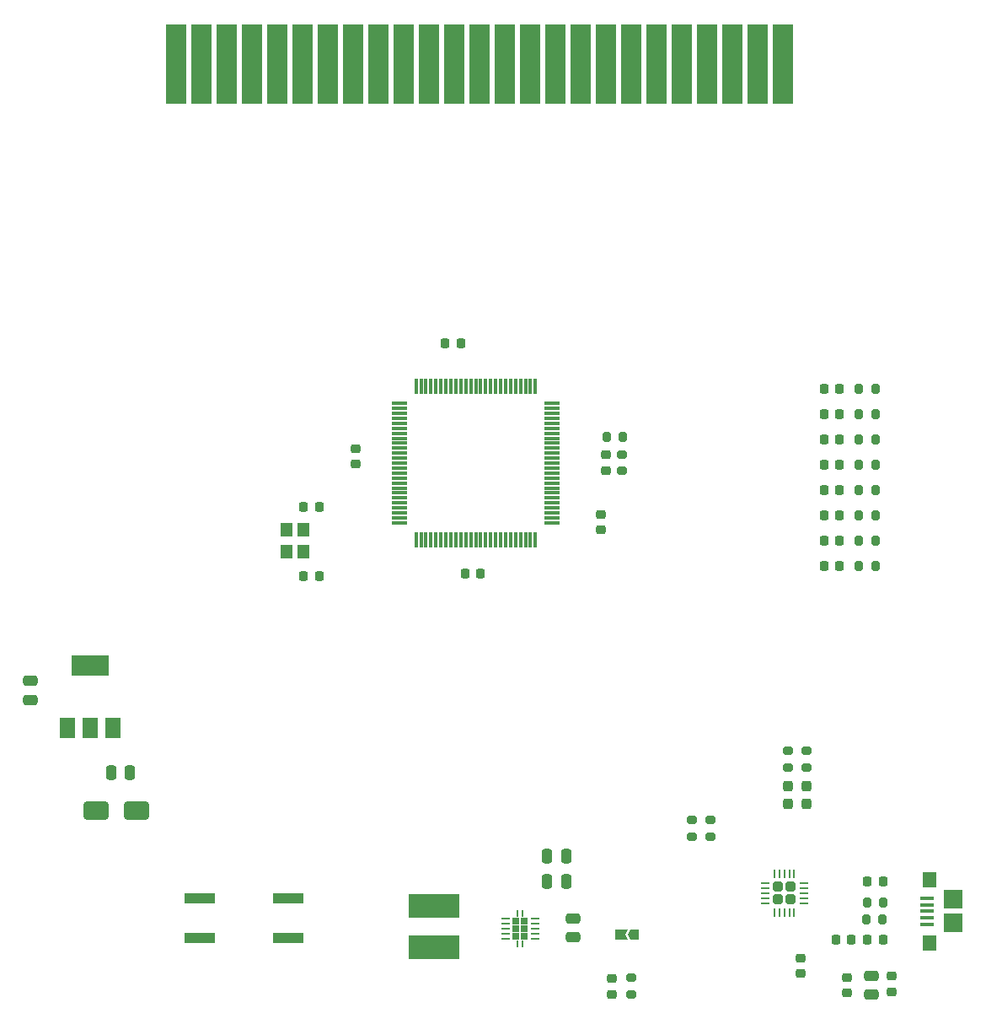
<source format=gbr>
%TF.GenerationSoftware,KiCad,Pcbnew,(7.0.0)*%
%TF.CreationDate,2023-08-05T12:50:32+01:00*%
%TF.ProjectId,DataIOTest,44617461-494f-4546-9573-742e6b696361,rev?*%
%TF.SameCoordinates,Original*%
%TF.FileFunction,Paste,Top*%
%TF.FilePolarity,Positive*%
%FSLAX46Y46*%
G04 Gerber Fmt 4.6, Leading zero omitted, Abs format (unit mm)*
G04 Created by KiCad (PCBNEW (7.0.0)) date 2023-08-05 12:50:32*
%MOMM*%
%LPD*%
G01*
G04 APERTURE LIST*
G04 Aperture macros list*
%AMRoundRect*
0 Rectangle with rounded corners*
0 $1 Rounding radius*
0 $2 $3 $4 $5 $6 $7 $8 $9 X,Y pos of 4 corners*
0 Add a 4 corners polygon primitive as box body*
4,1,4,$2,$3,$4,$5,$6,$7,$8,$9,$2,$3,0*
0 Add four circle primitives for the rounded corners*
1,1,$1+$1,$2,$3*
1,1,$1+$1,$4,$5*
1,1,$1+$1,$6,$7*
1,1,$1+$1,$8,$9*
0 Add four rect primitives between the rounded corners*
20,1,$1+$1,$2,$3,$4,$5,0*
20,1,$1+$1,$4,$5,$6,$7,0*
20,1,$1+$1,$6,$7,$8,$9,0*
20,1,$1+$1,$8,$9,$2,$3,0*%
%AMFreePoly0*
4,1,30,0.439536,0.475100,0.439556,0.475102,0.439580,0.475082,0.439610,0.475070,0.439617,0.475051,0.439632,0.475040,0.696172,0.000061,0.696173,0.000046,0.696182,0.000036,0.696178,0.000000,0.696182,-0.000036,0.696173,-0.000046,0.696172,-0.000061,0.439632,-0.475040,0.439617,-0.475051,0.439610,-0.475070,0.439580,-0.475082,0.439556,-0.475102,0.439536,-0.475100,0.439520,-0.475107,
-0.436780,-0.475107,-0.436870,-0.475070,-0.436899,-0.475000,-0.437500,-0.475000,-0.437500,0.475000,-0.436899,0.475000,-0.436870,0.475070,-0.436780,0.475107,0.439520,0.475107,0.439536,0.475100,0.439536,0.475100,$1*%
%AMFreePoly1*
4,1,32,0.436870,0.475070,0.436899,0.475000,0.437500,0.475000,0.437500,-0.475000,0.436899,-0.475000,0.436870,-0.475070,0.436780,-0.475107,-0.830680,-0.475107,-0.830708,-0.475095,-0.830740,-0.475092,-0.830751,-0.475077,-0.830770,-0.475070,-0.830782,-0.475040,-0.830802,-0.475016,-0.830800,-0.474996,-0.830807,-0.474980,-0.830795,-0.474951,-0.830792,-0.474920,-0.574284,0.000000,-0.830792,0.474920,
-0.830795,0.474951,-0.830807,0.474980,-0.830800,0.474996,-0.830802,0.475016,-0.830782,0.475040,-0.830770,0.475070,-0.830751,0.475077,-0.830740,0.475092,-0.830708,0.475095,-0.830680,0.475107,0.436780,0.475107,0.436870,0.475070,0.436870,0.475070,$1*%
G04 Aperture macros list end*
%ADD10FreePoly0,180.000000*%
%ADD11FreePoly1,180.000000*%
%ADD12RoundRect,0.218750X-0.256250X0.218750X-0.256250X-0.218750X0.256250X-0.218750X0.256250X0.218750X0*%
%ADD13RoundRect,0.200000X-0.275000X0.200000X-0.275000X-0.200000X0.275000X-0.200000X0.275000X0.200000X0*%
%ADD14RoundRect,0.011200X-0.128800X0.723800X-0.128800X-0.723800X0.128800X-0.723800X0.128800X0.723800X0*%
%ADD15RoundRect,0.011200X-0.723800X-0.128800X0.723800X-0.128800X0.723800X0.128800X-0.723800X0.128800X0*%
%ADD16R,1.400000X1.600000*%
%ADD17R,1.900000X1.900000*%
%ADD18R,1.350000X0.400000*%
%ADD19RoundRect,0.200000X0.200000X0.275000X-0.200000X0.275000X-0.200000X-0.275000X0.200000X-0.275000X0*%
%ADD20RoundRect,0.237500X0.237500X-0.287500X0.237500X0.287500X-0.237500X0.287500X-0.237500X-0.287500X0*%
%ADD21R,3.100000X1.000000*%
%ADD22RoundRect,0.225000X0.250000X-0.225000X0.250000X0.225000X-0.250000X0.225000X-0.250000X-0.225000X0*%
%ADD23RoundRect,0.250000X-0.250000X-0.475000X0.250000X-0.475000X0.250000X0.475000X-0.250000X0.475000X0*%
%ADD24R,5.100000X2.350000*%
%ADD25RoundRect,0.200000X-0.200000X-0.275000X0.200000X-0.275000X0.200000X0.275000X-0.200000X0.275000X0*%
%ADD26RoundRect,0.225000X-0.250000X0.225000X-0.250000X-0.225000X0.250000X-0.225000X0.250000X0.225000X0*%
%ADD27RoundRect,0.225000X-0.225000X-0.250000X0.225000X-0.250000X0.225000X0.250000X-0.225000X0.250000X0*%
%ADD28RoundRect,0.250000X0.255000X0.255000X-0.255000X0.255000X-0.255000X-0.255000X0.255000X-0.255000X0*%
%ADD29RoundRect,0.062500X0.350000X0.062500X-0.350000X0.062500X-0.350000X-0.062500X0.350000X-0.062500X0*%
%ADD30RoundRect,0.062500X0.062500X0.350000X-0.062500X0.350000X-0.062500X-0.350000X0.062500X-0.350000X0*%
%ADD31R,1.200000X1.400000*%
%ADD32RoundRect,0.218750X-0.218750X-0.256250X0.218750X-0.256250X0.218750X0.256250X-0.218750X0.256250X0*%
%ADD33RoundRect,0.225000X0.225000X0.250000X-0.225000X0.250000X-0.225000X-0.250000X0.225000X-0.250000X0*%
%ADD34RoundRect,0.250000X1.000000X0.650000X-1.000000X0.650000X-1.000000X-0.650000X1.000000X-0.650000X0*%
%ADD35R,2.000000X8.000000*%
%ADD36RoundRect,0.250000X-0.475000X0.250000X-0.475000X-0.250000X0.475000X-0.250000X0.475000X0.250000X0*%
%ADD37RoundRect,0.200000X0.275000X-0.200000X0.275000X0.200000X-0.275000X0.200000X-0.275000X-0.200000X0*%
%ADD38R,1.500000X2.000000*%
%ADD39R,3.800000X2.000000*%
%ADD40RoundRect,0.250000X0.475000X-0.250000X0.475000X0.250000X-0.475000X0.250000X-0.475000X-0.250000X0*%
%ADD41RoundRect,0.250000X0.250000X0.475000X-0.250000X0.475000X-0.250000X-0.475000X0.250000X-0.475000X0*%
%ADD42R,0.640000X0.640000*%
%ADD43R,0.850000X0.280000*%
%ADD44R,0.280000X0.700000*%
G04 APERTURE END LIST*
D10*
%TO.C,J7*%
X142113000Y-148336000D03*
D11*
X140538000Y-148336000D03*
%TD*%
D12*
%TO.C,LED11*%
X139827000Y-152755500D03*
X139827000Y-154330500D03*
%TD*%
D13*
%TO.C,R2*%
X140843000Y-100140000D03*
X140843000Y-101790000D03*
%TD*%
D14*
%TO.C,U1*%
X132119000Y-93345000D03*
X131619000Y-93345000D03*
X131119000Y-93345000D03*
X130619000Y-93345000D03*
X130119000Y-93345000D03*
X129619000Y-93345000D03*
X129119000Y-93345000D03*
X128619000Y-93345000D03*
X128119000Y-93345000D03*
X127619000Y-93345000D03*
X127119000Y-93345000D03*
X126619000Y-93345000D03*
X126119000Y-93345000D03*
X125619000Y-93345000D03*
X125119000Y-93345000D03*
X124619000Y-93345000D03*
X124119000Y-93345000D03*
X123619000Y-93345000D03*
X123119000Y-93345000D03*
X122619000Y-93345000D03*
X122119000Y-93345000D03*
X121619000Y-93345000D03*
X121119000Y-93345000D03*
X120619000Y-93345000D03*
X120119000Y-93345000D03*
D15*
X118449000Y-95015000D03*
X118449000Y-95515000D03*
X118449000Y-96015000D03*
X118449000Y-96515000D03*
X118449000Y-97015000D03*
X118449000Y-97515000D03*
X118449000Y-98015000D03*
X118449000Y-98515000D03*
X118449000Y-99015000D03*
X118449000Y-99515000D03*
X118449000Y-100015000D03*
X118449000Y-100515000D03*
X118449000Y-101015000D03*
X118449000Y-101515000D03*
X118449000Y-102015000D03*
X118449000Y-102515000D03*
X118449000Y-103015000D03*
X118449000Y-103515000D03*
X118449000Y-104015000D03*
X118449000Y-104515000D03*
X118449000Y-105015000D03*
X118449000Y-105515000D03*
X118449000Y-106015000D03*
X118449000Y-106515000D03*
X118449000Y-107015000D03*
D14*
X120119000Y-108685000D03*
X120619000Y-108685000D03*
X121119000Y-108685000D03*
X121619000Y-108685000D03*
X122119000Y-108685000D03*
X122619000Y-108685000D03*
X123119000Y-108685000D03*
X123619000Y-108685000D03*
X124119000Y-108685000D03*
X124619000Y-108685000D03*
X125119000Y-108685000D03*
X125619000Y-108685000D03*
X126119000Y-108685000D03*
X126619000Y-108685000D03*
X127119000Y-108685000D03*
X127619000Y-108685000D03*
X128119000Y-108685000D03*
X128619000Y-108685000D03*
X129119000Y-108685000D03*
X129619000Y-108685000D03*
X130119000Y-108685000D03*
X130619000Y-108685000D03*
X131119000Y-108685000D03*
X131619000Y-108685000D03*
X132119000Y-108685000D03*
D15*
X133789000Y-107015000D03*
X133789000Y-106515000D03*
X133789000Y-106015000D03*
X133789000Y-105515000D03*
X133789000Y-105015000D03*
X133789000Y-104515000D03*
X133789000Y-104015000D03*
X133789000Y-103515000D03*
X133789000Y-103015000D03*
X133789000Y-102515000D03*
X133789000Y-102015000D03*
X133789000Y-101515000D03*
X133789000Y-101015000D03*
X133789000Y-100515000D03*
X133789000Y-100015000D03*
X133789000Y-99515000D03*
X133789000Y-99015000D03*
X133789000Y-98515000D03*
X133789000Y-98015000D03*
X133789000Y-97515000D03*
X133789000Y-97015000D03*
X133789000Y-96515000D03*
X133789000Y-96015000D03*
X133789000Y-95515000D03*
X133789000Y-95015000D03*
%TD*%
D16*
%TO.C,J4*%
X171666999Y-142792999D03*
D17*
X174116999Y-144792999D03*
X174116999Y-147192999D03*
D16*
X171666999Y-149192999D03*
D18*
X171441999Y-144692999D03*
X171441999Y-145342999D03*
X171441999Y-145992999D03*
X171441999Y-146642999D03*
X171441999Y-147292999D03*
%TD*%
D19*
%TO.C,R1*%
X140906000Y-98425000D03*
X139256000Y-98425000D03*
%TD*%
D20*
%TO.C,LED10*%
X159385000Y-135178000D03*
X159385000Y-133428000D03*
%TD*%
D21*
%TO.C,SW1*%
X98379279Y-144691099D03*
X107279279Y-144691099D03*
X98379279Y-148691099D03*
X107279279Y-148691099D03*
%TD*%
D22*
%TO.C,C10*%
X163449000Y-152641000D03*
X163449000Y-154191000D03*
%TD*%
D23*
%TO.C,C17*%
X133289000Y-143002000D03*
X135189000Y-143002000D03*
%TD*%
D24*
%TO.C,L1*%
X121919999Y-149648999D03*
X121919999Y-145498999D03*
%TD*%
D13*
%TO.C,R14*%
X147828000Y-136843000D03*
X147828000Y-138493000D03*
%TD*%
D22*
%TO.C,C14*%
X158750000Y-152273000D03*
X158750000Y-150723000D03*
%TD*%
D25*
%TO.C,R10*%
X164630500Y-93599000D03*
X166280500Y-93599000D03*
%TD*%
D26*
%TO.C,C6*%
X114046000Y-99555000D03*
X114046000Y-101105000D03*
%TD*%
D27*
%TO.C,C1*%
X108834000Y-105411000D03*
X110384000Y-105411000D03*
%TD*%
D25*
%TO.C,R8*%
X164630500Y-96139000D03*
X166280500Y-96139000D03*
%TD*%
D28*
%TO.C,U2*%
X157740000Y-144802500D03*
X157740000Y-143552500D03*
X156490000Y-144802500D03*
X156490000Y-143552500D03*
D29*
X159052500Y-145177500D03*
X159052500Y-144677500D03*
X159052500Y-144177500D03*
X159052500Y-143677500D03*
X159052500Y-143177500D03*
D30*
X158115000Y-142240000D03*
X157615000Y-142240000D03*
X157115000Y-142240000D03*
X156615000Y-142240000D03*
X156115000Y-142240000D03*
D29*
X155177500Y-143177500D03*
X155177500Y-143677500D03*
X155177500Y-144177500D03*
X155177500Y-144677500D03*
X155177500Y-145177500D03*
D30*
X156115000Y-146115000D03*
X156615000Y-146115000D03*
X157115000Y-146115000D03*
X157615000Y-146115000D03*
X158115000Y-146115000D03*
%TD*%
D31*
%TO.C,Y1*%
X108807999Y-109939999D03*
X108807999Y-107739999D03*
X107107999Y-107739999D03*
X107107999Y-109939999D03*
%TD*%
D32*
%TO.C,LED4*%
X162687000Y-103759000D03*
X161112000Y-103759000D03*
%TD*%
D33*
%TO.C,C13*%
X163843000Y-148844000D03*
X162293000Y-148844000D03*
%TD*%
D25*
%TO.C,R12*%
X165418000Y-145161000D03*
X167068000Y-145161000D03*
%TD*%
D34*
%TO.C,D1*%
X92002000Y-135857000D03*
X88002000Y-135857000D03*
%TD*%
D23*
%TO.C,C15*%
X133289000Y-140462000D03*
X135189000Y-140462000D03*
%TD*%
D25*
%TO.C,R9*%
X164630500Y-103759000D03*
X166280500Y-103759000D03*
%TD*%
D32*
%TO.C,LED7*%
X161112000Y-96139000D03*
X162687000Y-96139000D03*
%TD*%
D26*
%TO.C,C3*%
X139192000Y-100190000D03*
X139192000Y-101740000D03*
%TD*%
D25*
%TO.C,R4*%
X164630500Y-101219000D03*
X166280500Y-101219000D03*
%TD*%
D33*
%TO.C,C5*%
X126619000Y-112141000D03*
X125069000Y-112141000D03*
%TD*%
D35*
%TO.C,J5*%
X156958499Y-60999999D03*
X101078499Y-60999999D03*
X154418499Y-60999999D03*
X98538499Y-60999999D03*
X151878499Y-60999999D03*
X95998499Y-60999999D03*
X149338499Y-60999999D03*
X146798499Y-60999999D03*
X144258499Y-60999999D03*
X141718499Y-60999999D03*
X139178499Y-60999999D03*
X136638499Y-60999999D03*
X134098499Y-60999999D03*
X131558499Y-60999999D03*
X129018499Y-60999999D03*
X126478499Y-60999999D03*
X123938499Y-60999999D03*
X121398499Y-60999999D03*
X118858499Y-60999999D03*
X116318499Y-60999999D03*
X113778499Y-60999999D03*
X111238499Y-60999999D03*
X108698499Y-60999999D03*
X106158499Y-60999999D03*
X103618499Y-60999999D03*
%TD*%
D25*
%TO.C,R7*%
X164630500Y-106299000D03*
X166280500Y-106299000D03*
%TD*%
D27*
%TO.C,C2*%
X108821000Y-112396000D03*
X110371000Y-112396000D03*
%TD*%
%TO.C,C11*%
X165468000Y-143002000D03*
X167018000Y-143002000D03*
%TD*%
%TO.C,C7*%
X123050000Y-89027000D03*
X124600000Y-89027000D03*
%TD*%
D26*
%TO.C,C4*%
X138684000Y-106159000D03*
X138684000Y-107709000D03*
%TD*%
D27*
%TO.C,C9*%
X165468000Y-148844000D03*
X167018000Y-148844000D03*
%TD*%
D36*
%TO.C,C18*%
X81407000Y-122875000D03*
X81407000Y-124775000D03*
%TD*%
D32*
%TO.C,LED8*%
X161112000Y-93599000D03*
X162687000Y-93599000D03*
%TD*%
D37*
%TO.C,R17*%
X141732000Y-154342500D03*
X141732000Y-152692500D03*
%TD*%
D25*
%TO.C,R11*%
X165354000Y-146812000D03*
X167004000Y-146812000D03*
%TD*%
D32*
%TO.C,LED5*%
X161112000Y-101219000D03*
X162687000Y-101219000D03*
%TD*%
%TO.C,LED1*%
X162687000Y-111379000D03*
X161112000Y-111379000D03*
%TD*%
%TO.C,LED2*%
X161112000Y-108839000D03*
X162687000Y-108839000D03*
%TD*%
D38*
%TO.C,U4*%
X85089999Y-127634999D03*
X87389999Y-127634999D03*
D39*
X87389999Y-121334999D03*
D38*
X89689999Y-127634999D03*
%TD*%
D25*
%TO.C,R5*%
X164630500Y-108839000D03*
X166280500Y-108839000D03*
%TD*%
%TO.C,R6*%
X164630500Y-98679000D03*
X166280500Y-98679000D03*
%TD*%
D20*
%TO.C,LED9*%
X157480000Y-135178000D03*
X157480000Y-133428000D03*
%TD*%
D32*
%TO.C,LED3*%
X161112000Y-106299000D03*
X162687000Y-106299000D03*
%TD*%
D40*
%TO.C,C20*%
X135890000Y-148590000D03*
X135890000Y-146690000D03*
%TD*%
D37*
%TO.C,R16*%
X159385000Y-131572000D03*
X159385000Y-129922000D03*
%TD*%
D41*
%TO.C,C16*%
X91374000Y-132080000D03*
X89474000Y-132080000D03*
%TD*%
D25*
%TO.C,R3*%
X164630500Y-111379000D03*
X166280500Y-111379000D03*
%TD*%
D37*
%TO.C,R13*%
X149733000Y-138493000D03*
X149733000Y-136843000D03*
%TD*%
D22*
%TO.C,C8*%
X167894000Y-152514000D03*
X167894000Y-154064000D03*
%TD*%
D42*
%TO.C,U3*%
X130174999Y-146946999D03*
X130174999Y-147746999D03*
X130174999Y-148546999D03*
X130999999Y-146946999D03*
X130999999Y-147746999D03*
X130999999Y-148546999D03*
D43*
X129112499Y-146746999D03*
X129112499Y-147246999D03*
X129112499Y-147746999D03*
X129112499Y-148246999D03*
X129112499Y-148746999D03*
X132062499Y-148746999D03*
X132062499Y-148246999D03*
X132062499Y-147746999D03*
X132062499Y-147246999D03*
X132062499Y-146746999D03*
D44*
X130337499Y-146196999D03*
X130337499Y-149296999D03*
X130837499Y-146196999D03*
X130837499Y-149296999D03*
%TD*%
D37*
%TO.C,R15*%
X157480000Y-131572000D03*
X157480000Y-129922000D03*
%TD*%
D40*
%TO.C,C12*%
X165862000Y-152466000D03*
X165862000Y-154366000D03*
%TD*%
D32*
%TO.C,LED6*%
X161112000Y-98656000D03*
X162687000Y-98656000D03*
%TD*%
M02*

</source>
